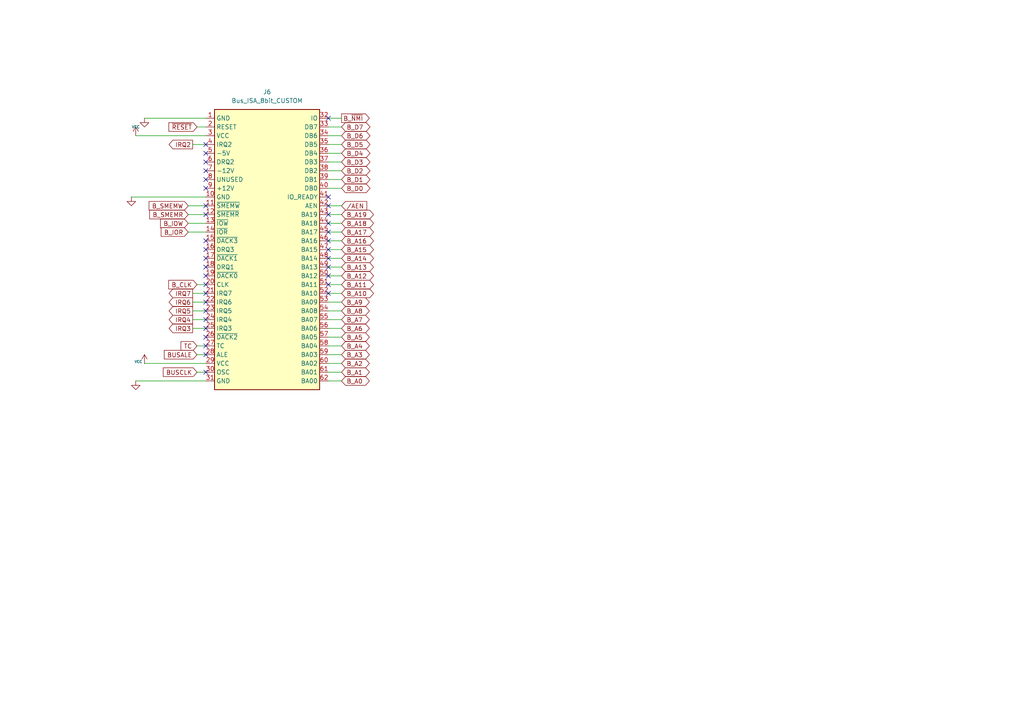
<source format=kicad_sch>
(kicad_sch
	(version 20250114)
	(generator "eeschema")
	(generator_version "9.0")
	(uuid "bea200d1-a4bd-4afd-a59a-61f32250e91d")
	(paper "A4")
	(title_block
		(title "ISA DUAL ESP32")
		(date "2025-06-28")
		(rev "V1.2")
	)
	(lib_symbols
		(symbol "Custom:Bus_ISA_8bit_CUSTOM"
			(exclude_from_sim no)
			(in_bom yes)
			(on_board yes)
			(property "Reference" "J"
				(at 0 42.545 0)
				(effects
					(font
						(size 1.27 1.27)
					)
				)
			)
			(property "Value" "Bus_ISA_8bit_CUSTOM"
				(at 0 -42.545 0)
				(effects
					(font
						(size 1.27 1.27)
					)
				)
			)
			(property "Footprint" ""
				(at 0 0 0)
				(effects
					(font
						(size 1.27 1.27)
					)
					(hide yes)
				)
			)
			(property "Datasheet" "https://en.wikipedia.org/wiki/Industry_Standard_Architecture"
				(at 0 0 0)
				(effects
					(font
						(size 1.27 1.27)
					)
					(hide yes)
				)
			)
			(property "Description" "8-bit ISA-PC bus connector"
				(at 0 0 0)
				(effects
					(font
						(size 1.27 1.27)
					)
					(hide yes)
				)
			)
			(property "ki_keywords" "ISA"
				(at 0 0 0)
				(effects
					(font
						(size 1.27 1.27)
					)
					(hide yes)
				)
			)
			(symbol "Bus_ISA_8bit_CUSTOM_0_1"
				(rectangle
					(start -15.24 -40.64)
					(end 15.24 40.64)
					(stroke
						(width 0.254)
						(type default)
					)
					(fill
						(type background)
					)
				)
			)
			(symbol "Bus_ISA_8bit_CUSTOM_1_1"
				(pin power_in line
					(at -17.78 38.1 0)
					(length 2.54)
					(name "GND"
						(effects
							(font
								(size 1.27 1.27)
							)
						)
					)
					(number "1"
						(effects
							(font
								(size 1.27 1.27)
							)
						)
					)
				)
				(pin passive line
					(at -17.78 35.56 0)
					(length 2.54)
					(name "RESET"
						(effects
							(font
								(size 1.27 1.27)
							)
						)
					)
					(number "2"
						(effects
							(font
								(size 1.27 1.27)
							)
						)
					)
				)
				(pin power_in line
					(at -17.78 33.02 0)
					(length 2.54)
					(name "VCC"
						(effects
							(font
								(size 1.27 1.27)
							)
						)
					)
					(number "3"
						(effects
							(font
								(size 1.27 1.27)
							)
						)
					)
				)
				(pin passive line
					(at -17.78 30.48 0)
					(length 2.54)
					(name "IRQ2"
						(effects
							(font
								(size 1.27 1.27)
							)
						)
					)
					(number "4"
						(effects
							(font
								(size 1.27 1.27)
							)
						)
					)
				)
				(pin power_in line
					(at -17.78 27.94 0)
					(length 2.54)
					(name "-5V"
						(effects
							(font
								(size 1.27 1.27)
							)
						)
					)
					(number "5"
						(effects
							(font
								(size 1.27 1.27)
							)
						)
					)
				)
				(pin passive line
					(at -17.78 25.4 0)
					(length 2.54)
					(name "DRQ2"
						(effects
							(font
								(size 1.27 1.27)
							)
						)
					)
					(number "6"
						(effects
							(font
								(size 1.27 1.27)
							)
						)
					)
				)
				(pin power_in line
					(at -17.78 22.86 0)
					(length 2.54)
					(name "-12V"
						(effects
							(font
								(size 1.27 1.27)
							)
						)
					)
					(number "7"
						(effects
							(font
								(size 1.27 1.27)
							)
						)
					)
				)
				(pin passive line
					(at -17.78 20.32 0)
					(length 2.54)
					(name "UNUSED"
						(effects
							(font
								(size 1.27 1.27)
							)
						)
					)
					(number "8"
						(effects
							(font
								(size 1.27 1.27)
							)
						)
					)
				)
				(pin power_in line
					(at -17.78 17.78 0)
					(length 2.54)
					(name "+12V"
						(effects
							(font
								(size 1.27 1.27)
							)
						)
					)
					(number "9"
						(effects
							(font
								(size 1.27 1.27)
							)
						)
					)
				)
				(pin power_in line
					(at -17.78 15.24 0)
					(length 2.54)
					(name "GND"
						(effects
							(font
								(size 1.27 1.27)
							)
						)
					)
					(number "10"
						(effects
							(font
								(size 1.27 1.27)
							)
						)
					)
				)
				(pin bidirectional line
					(at -17.78 12.7 0)
					(length 2.54)
					(name "~{SMEMW}"
						(effects
							(font
								(size 1.27 1.27)
							)
						)
					)
					(number "11"
						(effects
							(font
								(size 1.27 1.27)
							)
						)
					)
				)
				(pin bidirectional line
					(at -17.78 10.16 0)
					(length 2.54)
					(name "~{SMEMR}"
						(effects
							(font
								(size 1.27 1.27)
							)
						)
					)
					(number "12"
						(effects
							(font
								(size 1.27 1.27)
							)
						)
					)
				)
				(pin bidirectional line
					(at -17.78 7.62 0)
					(length 2.54)
					(name "~{IOW}"
						(effects
							(font
								(size 1.27 1.27)
							)
						)
					)
					(number "13"
						(effects
							(font
								(size 1.27 1.27)
							)
						)
					)
				)
				(pin bidirectional line
					(at -17.78 5.08 0)
					(length 2.54)
					(name "~{IOR}"
						(effects
							(font
								(size 1.27 1.27)
							)
						)
					)
					(number "14"
						(effects
							(font
								(size 1.27 1.27)
							)
						)
					)
				)
				(pin passive line
					(at -17.78 2.54 0)
					(length 2.54)
					(name "~{DACK3}"
						(effects
							(font
								(size 1.27 1.27)
							)
						)
					)
					(number "15"
						(effects
							(font
								(size 1.27 1.27)
							)
						)
					)
				)
				(pin passive line
					(at -17.78 0 0)
					(length 2.54)
					(name "DRQ3"
						(effects
							(font
								(size 1.27 1.27)
							)
						)
					)
					(number "16"
						(effects
							(font
								(size 1.27 1.27)
							)
						)
					)
				)
				(pin passive line
					(at -17.78 -2.54 0)
					(length 2.54)
					(name "~{DACK1}"
						(effects
							(font
								(size 1.27 1.27)
							)
						)
					)
					(number "17"
						(effects
							(font
								(size 1.27 1.27)
							)
						)
					)
				)
				(pin passive line
					(at -17.78 -5.08 0)
					(length 2.54)
					(name "DRQ1"
						(effects
							(font
								(size 1.27 1.27)
							)
						)
					)
					(number "18"
						(effects
							(font
								(size 1.27 1.27)
							)
						)
					)
				)
				(pin passive line
					(at -17.78 -7.62 0)
					(length 2.54)
					(name "~{DACK0}"
						(effects
							(font
								(size 1.27 1.27)
							)
						)
					)
					(number "19"
						(effects
							(font
								(size 1.27 1.27)
							)
						)
					)
				)
				(pin bidirectional line
					(at -17.78 -10.16 0)
					(length 2.54)
					(name "CLK"
						(effects
							(font
								(size 1.27 1.27)
							)
						)
					)
					(number "20"
						(effects
							(font
								(size 1.27 1.27)
							)
						)
					)
				)
				(pin passive line
					(at -17.78 -12.7 0)
					(length 2.54)
					(name "IRQ7"
						(effects
							(font
								(size 1.27 1.27)
							)
						)
					)
					(number "21"
						(effects
							(font
								(size 1.27 1.27)
							)
						)
					)
				)
				(pin passive line
					(at -17.78 -15.24 0)
					(length 2.54)
					(name "IRQ6"
						(effects
							(font
								(size 1.27 1.27)
							)
						)
					)
					(number "22"
						(effects
							(font
								(size 1.27 1.27)
							)
						)
					)
				)
				(pin passive line
					(at -17.78 -17.78 0)
					(length 2.54)
					(name "IRQ5"
						(effects
							(font
								(size 1.27 1.27)
							)
						)
					)
					(number "23"
						(effects
							(font
								(size 1.27 1.27)
							)
						)
					)
				)
				(pin passive line
					(at -17.78 -20.32 0)
					(length 2.54)
					(name "IRQ4"
						(effects
							(font
								(size 1.27 1.27)
							)
						)
					)
					(number "24"
						(effects
							(font
								(size 1.27 1.27)
							)
						)
					)
				)
				(pin passive line
					(at -17.78 -22.86 0)
					(length 2.54)
					(name "IRQ3"
						(effects
							(font
								(size 1.27 1.27)
							)
						)
					)
					(number "25"
						(effects
							(font
								(size 1.27 1.27)
							)
						)
					)
				)
				(pin passive line
					(at -17.78 -25.4 0)
					(length 2.54)
					(name "~{DACK2}"
						(effects
							(font
								(size 1.27 1.27)
							)
						)
					)
					(number "26"
						(effects
							(font
								(size 1.27 1.27)
							)
						)
					)
				)
				(pin passive line
					(at -17.78 -27.94 0)
					(length 2.54)
					(name "TC"
						(effects
							(font
								(size 1.27 1.27)
							)
						)
					)
					(number "27"
						(effects
							(font
								(size 1.27 1.27)
							)
						)
					)
				)
				(pin bidirectional line
					(at -17.78 -30.48 0)
					(length 2.54)
					(name "ALE"
						(effects
							(font
								(size 1.27 1.27)
							)
						)
					)
					(number "28"
						(effects
							(font
								(size 1.27 1.27)
							)
						)
					)
				)
				(pin power_in line
					(at -17.78 -33.02 0)
					(length 2.54)
					(name "VCC"
						(effects
							(font
								(size 1.27 1.27)
							)
						)
					)
					(number "29"
						(effects
							(font
								(size 1.27 1.27)
							)
						)
					)
				)
				(pin passive line
					(at -17.78 -35.56 0)
					(length 2.54)
					(name "OSC"
						(effects
							(font
								(size 1.27 1.27)
							)
						)
					)
					(number "30"
						(effects
							(font
								(size 1.27 1.27)
							)
						)
					)
				)
				(pin power_in line
					(at -17.78 -38.1 0)
					(length 2.54)
					(name "GND"
						(effects
							(font
								(size 1.27 1.27)
							)
						)
					)
					(number "31"
						(effects
							(font
								(size 1.27 1.27)
							)
						)
					)
				)
				(pin passive line
					(at 17.78 38.1 180)
					(length 2.54)
					(name "IO"
						(effects
							(font
								(size 1.27 1.27)
							)
						)
					)
					(number "32"
						(effects
							(font
								(size 1.27 1.27)
							)
						)
					)
				)
				(pin tri_state line
					(at 17.78 35.56 180)
					(length 2.54)
					(name "DB7"
						(effects
							(font
								(size 1.27 1.27)
							)
						)
					)
					(number "33"
						(effects
							(font
								(size 1.27 1.27)
							)
						)
					)
				)
				(pin tri_state line
					(at 17.78 33.02 180)
					(length 2.54)
					(name "DB6"
						(effects
							(font
								(size 1.27 1.27)
							)
						)
					)
					(number "34"
						(effects
							(font
								(size 1.27 1.27)
							)
						)
					)
				)
				(pin tri_state line
					(at 17.78 30.48 180)
					(length 2.54)
					(name "DB5"
						(effects
							(font
								(size 1.27 1.27)
							)
						)
					)
					(number "35"
						(effects
							(font
								(size 1.27 1.27)
							)
						)
					)
				)
				(pin tri_state line
					(at 17.78 27.94 180)
					(length 2.54)
					(name "DB4"
						(effects
							(font
								(size 1.27 1.27)
							)
						)
					)
					(number "36"
						(effects
							(font
								(size 1.27 1.27)
							)
						)
					)
				)
				(pin tri_state line
					(at 17.78 25.4 180)
					(length 2.54)
					(name "DB3"
						(effects
							(font
								(size 1.27 1.27)
							)
						)
					)
					(number "37"
						(effects
							(font
								(size 1.27 1.27)
							)
						)
					)
				)
				(pin tri_state line
					(at 17.78 22.86 180)
					(length 2.54)
					(name "DB2"
						(effects
							(font
								(size 1.27 1.27)
							)
						)
					)
					(number "38"
						(effects
							(font
								(size 1.27 1.27)
							)
						)
					)
				)
				(pin tri_state line
					(at 17.78 20.32 180)
					(length 2.54)
					(name "DB1"
						(effects
							(font
								(size 1.27 1.27)
							)
						)
					)
					(number "39"
						(effects
							(font
								(size 1.27 1.27)
							)
						)
					)
				)
				(pin tri_state line
					(at 17.78 17.78 180)
					(length 2.54)
					(name "DB0"
						(effects
							(font
								(size 1.27 1.27)
							)
						)
					)
					(number "40"
						(effects
							(font
								(size 1.27 1.27)
							)
						)
					)
				)
				(pin passive line
					(at 17.78 15.24 180)
					(length 2.54)
					(name "IO_READY"
						(effects
							(font
								(size 1.27 1.27)
							)
						)
					)
					(number "41"
						(effects
							(font
								(size 1.27 1.27)
							)
						)
					)
				)
				(pin output line
					(at 17.78 12.7 180)
					(length 2.54)
					(name "AEN"
						(effects
							(font
								(size 1.27 1.27)
							)
						)
					)
					(number "42"
						(effects
							(font
								(size 1.27 1.27)
							)
						)
					)
				)
				(pin tri_state line
					(at 17.78 10.16 180)
					(length 2.54)
					(name "BA19"
						(effects
							(font
								(size 1.27 1.27)
							)
						)
					)
					(number "43"
						(effects
							(font
								(size 1.27 1.27)
							)
						)
					)
				)
				(pin tri_state line
					(at 17.78 7.62 180)
					(length 2.54)
					(name "BA18"
						(effects
							(font
								(size 1.27 1.27)
							)
						)
					)
					(number "44"
						(effects
							(font
								(size 1.27 1.27)
							)
						)
					)
				)
				(pin tri_state line
					(at 17.78 5.08 180)
					(length 2.54)
					(name "BA17"
						(effects
							(font
								(size 1.27 1.27)
							)
						)
					)
					(number "45"
						(effects
							(font
								(size 1.27 1.27)
							)
						)
					)
				)
				(pin tri_state line
					(at 17.78 2.54 180)
					(length 2.54)
					(name "BA16"
						(effects
							(font
								(size 1.27 1.27)
							)
						)
					)
					(number "46"
						(effects
							(font
								(size 1.27 1.27)
							)
						)
					)
				)
				(pin tri_state line
					(at 17.78 0 180)
					(length 2.54)
					(name "BA15"
						(effects
							(font
								(size 1.27 1.27)
							)
						)
					)
					(number "47"
						(effects
							(font
								(size 1.27 1.27)
							)
						)
					)
				)
				(pin tri_state line
					(at 17.78 -2.54 180)
					(length 2.54)
					(name "BA14"
						(effects
							(font
								(size 1.27 1.27)
							)
						)
					)
					(number "48"
						(effects
							(font
								(size 1.27 1.27)
							)
						)
					)
				)
				(pin tri_state line
					(at 17.78 -5.08 180)
					(length 2.54)
					(name "BA13"
						(effects
							(font
								(size 1.27 1.27)
							)
						)
					)
					(number "49"
						(effects
							(font
								(size 1.27 1.27)
							)
						)
					)
				)
				(pin tri_state line
					(at 17.78 -7.62 180)
					(length 2.54)
					(name "BA12"
						(effects
							(font
								(size 1.27 1.27)
							)
						)
					)
					(number "50"
						(effects
							(font
								(size 1.27 1.27)
							)
						)
					)
				)
				(pin tri_state line
					(at 17.78 -10.16 180)
					(length 2.54)
					(name "BA11"
						(effects
							(font
								(size 1.27 1.27)
							)
						)
					)
					(number "51"
						(effects
							(font
								(size 1.27 1.27)
							)
						)
					)
				)
				(pin tri_state line
					(at 17.78 -12.7 180)
					(length 2.54)
					(name "BA10"
						(effects
							(font
								(size 1.27 1.27)
							)
						)
					)
					(number "52"
						(effects
							(font
								(size 1.27 1.27)
							)
						)
					)
				)
				(pin tri_state line
					(at 17.78 -15.24 180)
					(length 2.54)
					(name "BA09"
						(effects
							(font
								(size 1.27 1.27)
							)
						)
					)
					(number "53"
						(effects
							(font
								(size 1.27 1.27)
							)
						)
					)
				)
				(pin tri_state line
					(at 17.78 -17.78 180)
					(length 2.54)
					(name "BA08"
						(effects
							(font
								(size 1.27 1.27)
							)
						)
					)
					(number "54"
						(effects
							(font
								(size 1.27 1.27)
							)
						)
					)
				)
				(pin tri_state line
					(at 17.78 -20.32 180)
					(length 2.54)
					(name "BA07"
						(effects
							(font
								(size 1.27 1.27)
							)
						)
					)
					(number "55"
						(effects
							(font
								(size 1.27 1.27)
							)
						)
					)
				)
				(pin tri_state line
					(at 17.78 -22.86 180)
					(length 2.54)
					(name "BA06"
						(effects
							(font
								(size 1.27 1.27)
							)
						)
					)
					(number "56"
						(effects
							(font
								(size 1.27 1.27)
							)
						)
					)
				)
				(pin tri_state line
					(at 17.78 -25.4 180)
					(length 2.54)
					(name "BA05"
						(effects
							(font
								(size 1.27 1.27)
							)
						)
					)
					(number "57"
						(effects
							(font
								(size 1.27 1.27)
							)
						)
					)
				)
				(pin tri_state line
					(at 17.78 -27.94 180)
					(length 2.54)
					(name "BA04"
						(effects
							(font
								(size 1.27 1.27)
							)
						)
					)
					(number "58"
						(effects
							(font
								(size 1.27 1.27)
							)
						)
					)
				)
				(pin tri_state line
					(at 17.78 -30.48 180)
					(length 2.54)
					(name "BA03"
						(effects
							(font
								(size 1.27 1.27)
							)
						)
					)
					(number "59"
						(effects
							(font
								(size 1.27 1.27)
							)
						)
					)
				)
				(pin tri_state line
					(at 17.78 -33.02 180)
					(length 2.54)
					(name "BA02"
						(effects
							(font
								(size 1.27 1.27)
							)
						)
					)
					(number "60"
						(effects
							(font
								(size 1.27 1.27)
							)
						)
					)
				)
				(pin tri_state line
					(at 17.78 -35.56 180)
					(length 2.54)
					(name "BA01"
						(effects
							(font
								(size 1.27 1.27)
							)
						)
					)
					(number "61"
						(effects
							(font
								(size 1.27 1.27)
							)
						)
					)
				)
				(pin tri_state line
					(at 17.78 -38.1 180)
					(length 2.54)
					(name "BA00"
						(effects
							(font
								(size 1.27 1.27)
							)
						)
					)
					(number "62"
						(effects
							(font
								(size 1.27 1.27)
							)
						)
					)
				)
			)
			(embedded_fonts no)
		)
		(symbol "power:GND"
			(power)
			(pin_numbers
				(hide yes)
			)
			(pin_names
				(offset 0)
				(hide yes)
			)
			(exclude_from_sim no)
			(in_bom yes)
			(on_board yes)
			(property "Reference" "#PWR"
				(at 0 -6.35 0)
				(effects
					(font
						(size 1.27 1.27)
					)
					(hide yes)
				)
			)
			(property "Value" "GND"
				(at 0 -3.81 0)
				(effects
					(font
						(size 1.27 1.27)
					)
				)
			)
			(property "Footprint" ""
				(at 0 0 0)
				(effects
					(font
						(size 1.27 1.27)
					)
					(hide yes)
				)
			)
			(property "Datasheet" ""
				(at 0 0 0)
				(effects
					(font
						(size 1.27 1.27)
					)
					(hide yes)
				)
			)
			(property "Description" "Power symbol creates a global label with name \"GND\" , ground"
				(at 0 0 0)
				(effects
					(font
						(size 1.27 1.27)
					)
					(hide yes)
				)
			)
			(property "ki_keywords" "global power"
				(at 0 0 0)
				(effects
					(font
						(size 1.27 1.27)
					)
					(hide yes)
				)
			)
			(symbol "GND_0_1"
				(polyline
					(pts
						(xy 0 0) (xy 0 -1.27) (xy 1.27 -1.27) (xy 0 -2.54) (xy -1.27 -1.27) (xy 0 -1.27)
					)
					(stroke
						(width 0)
						(type default)
					)
					(fill
						(type none)
					)
				)
			)
			(symbol "GND_1_1"
				(pin power_in line
					(at 0 0 270)
					(length 0)
					(name "~"
						(effects
							(font
								(size 1.27 1.27)
							)
						)
					)
					(number "1"
						(effects
							(font
								(size 1.27 1.27)
							)
						)
					)
				)
			)
			(embedded_fonts no)
		)
		(symbol "power:VCC"
			(power)
			(pin_numbers
				(hide yes)
			)
			(pin_names
				(offset 0)
				(hide yes)
			)
			(exclude_from_sim no)
			(in_bom yes)
			(on_board yes)
			(property "Reference" "#PWR"
				(at 0 -3.81 0)
				(effects
					(font
						(size 1.27 1.27)
					)
					(hide yes)
				)
			)
			(property "Value" "VCC"
				(at 0 3.556 0)
				(effects
					(font
						(size 1.27 1.27)
					)
				)
			)
			(property "Footprint" ""
				(at 0 0 0)
				(effects
					(font
						(size 1.27 1.27)
					)
					(hide yes)
				)
			)
			(property "Datasheet" ""
				(at 0 0 0)
				(effects
					(font
						(size 1.27 1.27)
					)
					(hide yes)
				)
			)
			(property "Description" "Power symbol creates a global label with name \"VCC\""
				(at 0 0 0)
				(effects
					(font
						(size 1.27 1.27)
					)
					(hide yes)
				)
			)
			(property "ki_keywords" "global power"
				(at 0 0 0)
				(effects
					(font
						(size 1.27 1.27)
					)
					(hide yes)
				)
			)
			(symbol "VCC_0_1"
				(polyline
					(pts
						(xy -0.762 1.27) (xy 0 2.54)
					)
					(stroke
						(width 0)
						(type default)
					)
					(fill
						(type none)
					)
				)
				(polyline
					(pts
						(xy 0 2.54) (xy 0.762 1.27)
					)
					(stroke
						(width 0)
						(type default)
					)
					(fill
						(type none)
					)
				)
				(polyline
					(pts
						(xy 0 0) (xy 0 2.54)
					)
					(stroke
						(width 0)
						(type default)
					)
					(fill
						(type none)
					)
				)
			)
			(symbol "VCC_1_1"
				(pin power_in line
					(at 0 0 90)
					(length 0)
					(name "~"
						(effects
							(font
								(size 1.27 1.27)
							)
						)
					)
					(number "1"
						(effects
							(font
								(size 1.27 1.27)
							)
						)
					)
				)
			)
			(embedded_fonts no)
		)
	)
	(no_connect
		(at 59.69 85.09)
		(uuid "01ebde89-ee05-4d09-8789-0ebce3436ebe")
	)
	(no_connect
		(at 59.69 72.39)
		(uuid "0cb3fb00-1277-4038-ae72-ab976131c065")
	)
	(no_connect
		(at 59.69 92.71)
		(uuid "24e6cf73-5350-437d-bf9b-8f9b0f700872")
	)
	(no_connect
		(at 59.69 95.25)
		(uuid "25288ed2-e3fd-4ac1-bfc7-81a3fa48f1b1")
	)
	(no_connect
		(at 95.25 69.85)
		(uuid "43ceebc2-ea4a-4723-b8aa-884a4eb51c00")
	)
	(no_connect
		(at 59.69 82.55)
		(uuid "44b103b6-ab9e-4cb7-b67d-221d5967c29a")
	)
	(no_connect
		(at 95.25 64.77)
		(uuid "4a03baaa-c026-48ad-9bed-5e9bd5171aeb")
	)
	(no_connect
		(at 59.69 80.01)
		(uuid "4d1eac0f-dc68-49b7-9cbe-277222f871f7")
	)
	(no_connect
		(at 59.69 74.93)
		(uuid "5a1c1711-ff31-4f1f-b0ba-caabfea391cf")
	)
	(no_connect
		(at 95.25 57.15)
		(uuid "5eaabdf6-e378-4161-a197-331ce1d0fe44")
	)
	(no_connect
		(at 95.25 77.47)
		(uuid "61260067-db9c-425e-9d0a-4351930dcfbe")
	)
	(no_connect
		(at 59.69 46.99)
		(uuid "6294d680-2c43-4fea-abc5-bc3ffe257aa3")
	)
	(no_connect
		(at 95.25 85.09)
		(uuid "660051d1-2a9c-40e4-b574-3e4c5c8fbf48")
	)
	(no_connect
		(at 59.69 41.91)
		(uuid "6700a602-1fc4-4b61-8389-1574ffde75a4")
	)
	(no_connect
		(at 59.69 59.69)
		(uuid "740bd479-c43c-45e2-a662-1a0ccb2d0620")
	)
	(no_connect
		(at 59.69 54.61)
		(uuid "78738c59-76a1-4c07-b9ae-6798b60503fe")
	)
	(no_connect
		(at 95.25 67.31)
		(uuid "7a99f8a7-a513-402d-94dc-be0add007931")
	)
	(no_connect
		(at 95.25 62.23)
		(uuid "7e4914c1-51f0-4708-8818-3a9b12c11533")
	)
	(no_connect
		(at 59.69 107.95)
		(uuid "8364fe39-35c3-42bf-93e8-2b78789f5251")
	)
	(no_connect
		(at 59.69 62.23)
		(uuid "83e3b129-3796-439a-ac61-d6b9e7a72d89")
	)
	(no_connect
		(at 59.69 90.17)
		(uuid "8788375f-3f6a-428d-83b7-94e89b09a5ff")
	)
	(no_connect
		(at 95.25 59.69)
		(uuid "88efb991-7019-44bf-94df-c006f057a695")
	)
	(no_connect
		(at 95.25 34.29)
		(uuid "892769e1-e739-4dc6-8e56-0fdd0e3b7afc")
	)
	(no_connect
		(at 59.69 49.53)
		(uuid "a46cec70-03f8-4e6b-a421-f6b716d30ba3")
	)
	(no_connect
		(at 59.69 102.87)
		(uuid "a8055695-18fe-4223-a9a0-12be606c0eda")
	)
	(no_connect
		(at 95.25 74.93)
		(uuid "b0300b9a-0347-494c-bc66-ad1059ee6df4")
	)
	(no_connect
		(at 95.25 80.01)
		(uuid "bc60b100-eb4c-491a-a64b-77cb831a20b3")
	)
	(no_connect
		(at 59.69 69.85)
		(uuid "bf4e8f1e-6782-470c-9684-c6d188c8a92b")
	)
	(no_connect
		(at 59.69 100.33)
		(uuid "bf75c428-af04-4c10-baec-6243c6a234f4")
	)
	(no_connect
		(at 59.69 77.47)
		(uuid "cc9907d8-0bf0-4850-8e9b-6f2a4c29be15")
	)
	(no_connect
		(at 59.69 52.07)
		(uuid "cfba8b13-b80d-4f7f-a44f-a18d46973206")
	)
	(no_connect
		(at 59.69 97.79)
		(uuid "d6378419-fe24-457b-aa53-242076e8092d")
	)
	(no_connect
		(at 59.69 44.45)
		(uuid "e02e1869-4f85-4de6-ac50-b6e7ec45f355")
	)
	(no_connect
		(at 59.69 87.63)
		(uuid "e18b7d40-c7aa-4034-addc-415450d97981")
	)
	(no_connect
		(at 95.25 72.39)
		(uuid "e37189a5-a151-4185-beb1-2fb2fe7f84f7")
	)
	(no_connect
		(at 95.25 82.55)
		(uuid "f9c60f24-a728-4dec-b951-97c2589d9638")
	)
	(wire
		(pts
			(xy 39.37 110.49) (xy 59.69 110.49)
		)
		(stroke
			(width 0)
			(type default)
		)
		(uuid "08603346-c955-4e8d-99e3-34ba0a8e6510")
	)
	(wire
		(pts
			(xy 57.15 36.83) (xy 59.69 36.83)
		)
		(stroke
			(width 0)
			(type default)
		)
		(uuid "09f27f50-4c3b-4a91-9deb-c0c006c353c8")
	)
	(wire
		(pts
			(xy 95.25 54.61) (xy 99.06 54.61)
		)
		(stroke
			(width 0)
			(type default)
		)
		(uuid "0a1bd4ba-3bce-4614-8604-5ddb1c4d66cc")
	)
	(wire
		(pts
			(xy 95.25 85.09) (xy 99.06 85.09)
		)
		(stroke
			(width 0)
			(type default)
		)
		(uuid "0f4cf849-9eda-4a23-a858-8093b77a8a51")
	)
	(wire
		(pts
			(xy 57.15 102.87) (xy 59.69 102.87)
		)
		(stroke
			(width 0)
			(type default)
		)
		(uuid "12fcac9f-e264-4527-9d3b-ed9a9baf688c")
	)
	(wire
		(pts
			(xy 39.37 39.37) (xy 59.69 39.37)
		)
		(stroke
			(width 0)
			(type default)
		)
		(uuid "1d6d1575-0eda-4aa1-86fe-affa8e491b68")
	)
	(wire
		(pts
			(xy 41.91 105.41) (xy 59.69 105.41)
		)
		(stroke
			(width 0)
			(type default)
		)
		(uuid "1edb9313-3ca5-4165-9717-53ddde832915")
	)
	(wire
		(pts
			(xy 59.69 87.63) (xy 55.88 87.63)
		)
		(stroke
			(width 0)
			(type default)
		)
		(uuid "208f7172-5bbe-40fd-b781-dcc180e59d23")
	)
	(wire
		(pts
			(xy 57.15 107.95) (xy 59.69 107.95)
		)
		(stroke
			(width 0)
			(type default)
		)
		(uuid "21e09a54-f504-45eb-a492-016417efe937")
	)
	(wire
		(pts
			(xy 95.25 44.45) (xy 99.06 44.45)
		)
		(stroke
			(width 0)
			(type default)
		)
		(uuid "2c935e09-5b7e-4db0-9dad-f20c40290ffa")
	)
	(wire
		(pts
			(xy 54.61 64.77) (xy 59.69 64.77)
		)
		(stroke
			(width 0)
			(type default)
		)
		(uuid "36ae7764-05dc-4901-91b5-d7ade22593e2")
	)
	(wire
		(pts
			(xy 95.25 52.07) (xy 99.06 52.07)
		)
		(stroke
			(width 0)
			(type default)
		)
		(uuid "3ad03c0a-8d32-4bfb-9e3f-07f0c198a0be")
	)
	(wire
		(pts
			(xy 95.25 105.41) (xy 99.06 105.41)
		)
		(stroke
			(width 0)
			(type default)
		)
		(uuid "48c2c5d8-4073-46ec-bb14-91acd8064fe7")
	)
	(wire
		(pts
			(xy 95.25 69.85) (xy 99.06 69.85)
		)
		(stroke
			(width 0)
			(type default)
		)
		(uuid "4b1a77d0-c3b0-4c22-83e1-2aac4e0de12d")
	)
	(wire
		(pts
			(xy 54.61 62.23) (xy 59.69 62.23)
		)
		(stroke
			(width 0)
			(type default)
		)
		(uuid "4e8d94fb-77d4-4a3f-bfbd-912926283ebc")
	)
	(wire
		(pts
			(xy 95.25 46.99) (xy 99.06 46.99)
		)
		(stroke
			(width 0)
			(type default)
		)
		(uuid "50446913-8c0d-4465-98bb-4159e4f22d51")
	)
	(wire
		(pts
			(xy 95.25 62.23) (xy 99.06 62.23)
		)
		(stroke
			(width 0)
			(type default)
		)
		(uuid "513c4627-96a4-4a8d-8da9-bc7a48c1956e")
	)
	(wire
		(pts
			(xy 95.25 39.37) (xy 99.06 39.37)
		)
		(stroke
			(width 0)
			(type default)
		)
		(uuid "52662092-c991-4b0a-9a87-37e17c8221de")
	)
	(wire
		(pts
			(xy 95.25 59.69) (xy 99.06 59.69)
		)
		(stroke
			(width 0)
			(type default)
		)
		(uuid "52c6783f-0c89-4643-8cf7-714ae229b389")
	)
	(wire
		(pts
			(xy 95.25 92.71) (xy 99.06 92.71)
		)
		(stroke
			(width 0)
			(type default)
		)
		(uuid "53cfc659-306b-480a-bf4a-97fe19b68f9b")
	)
	(wire
		(pts
			(xy 59.69 41.91) (xy 55.88 41.91)
		)
		(stroke
			(width 0)
			(type default)
		)
		(uuid "5e39cc66-bea8-4f42-b0fb-b382500f03ba")
	)
	(wire
		(pts
			(xy 95.25 74.93) (xy 99.06 74.93)
		)
		(stroke
			(width 0)
			(type default)
		)
		(uuid "5f996708-2495-4f4f-b344-fdbf974636bf")
	)
	(wire
		(pts
			(xy 57.15 100.33) (xy 59.69 100.33)
		)
		(stroke
			(width 0)
			(type default)
		)
		(uuid "63e8fa07-b1f1-465e-ae2f-6146a0140a9c")
	)
	(wire
		(pts
			(xy 41.91 34.29) (xy 59.69 34.29)
		)
		(stroke
			(width 0)
			(type default)
		)
		(uuid "66cfce9a-4fb2-4f0a-b317-e9f44155fc64")
	)
	(wire
		(pts
			(xy 59.69 92.71) (xy 55.88 92.71)
		)
		(stroke
			(width 0)
			(type default)
		)
		(uuid "67166644-5b33-4bda-ad86-d9b098b71919")
	)
	(wire
		(pts
			(xy 59.69 85.09) (xy 55.88 85.09)
		)
		(stroke
			(width 0)
			(type default)
		)
		(uuid "67a4ae6d-006a-485f-abb6-a8d7f607ef7f")
	)
	(wire
		(pts
			(xy 95.25 41.91) (xy 99.06 41.91)
		)
		(stroke
			(width 0)
			(type default)
		)
		(uuid "74e4ab69-ed55-4e7b-b7e6-ab935727c1f6")
	)
	(wire
		(pts
			(xy 95.25 77.47) (xy 99.06 77.47)
		)
		(stroke
			(width 0)
			(type default)
		)
		(uuid "7be26f5b-7c46-43b1-b0cc-b22ef346aaed")
	)
	(wire
		(pts
			(xy 95.25 82.55) (xy 99.06 82.55)
		)
		(stroke
			(width 0)
			(type default)
		)
		(uuid "7d621071-e764-4b20-90fa-9c0f969c36b5")
	)
	(wire
		(pts
			(xy 95.25 107.95) (xy 99.06 107.95)
		)
		(stroke
			(width 0)
			(type default)
		)
		(uuid "8460624f-c8af-494f-b89d-60bb1c62de59")
	)
	(wire
		(pts
			(xy 95.25 90.17) (xy 99.06 90.17)
		)
		(stroke
			(width 0)
			(type default)
		)
		(uuid "90599b2b-1878-4705-a2c4-001e97bc304c")
	)
	(wire
		(pts
			(xy 54.61 67.31) (xy 59.69 67.31)
		)
		(stroke
			(width 0)
			(type default)
		)
		(uuid "94dea802-4624-4dce-8bc7-efda030e7c88")
	)
	(wire
		(pts
			(xy 57.15 82.55) (xy 59.69 82.55)
		)
		(stroke
			(width 0)
			(type default)
		)
		(uuid "97290b18-ebb7-4c0c-9443-e341db86b63d")
	)
	(wire
		(pts
			(xy 54.61 59.69) (xy 59.69 59.69)
		)
		(stroke
			(width 0)
			(type default)
		)
		(uuid "9d0655fa-9b96-47b7-b45b-049a2407a988")
	)
	(wire
		(pts
			(xy 95.25 102.87) (xy 99.06 102.87)
		)
		(stroke
			(width 0)
			(type default)
		)
		(uuid "9ec5c6bf-da29-4ce7-9b00-89f86f27d5b3")
	)
	(wire
		(pts
			(xy 95.25 100.33) (xy 99.06 100.33)
		)
		(stroke
			(width 0)
			(type default)
		)
		(uuid "aab7f170-d096-4ba1-9715-612aec760f31")
	)
	(wire
		(pts
			(xy 95.25 34.29) (xy 99.06 34.29)
		)
		(stroke
			(width 0)
			(type default)
		)
		(uuid "ae3c732d-8f4e-44e3-afb4-27f433391cf5")
	)
	(wire
		(pts
			(xy 59.69 90.17) (xy 55.88 90.17)
		)
		(stroke
			(width 0)
			(type default)
		)
		(uuid "b9e040df-b2f4-40eb-9de8-7f48c2f40c97")
	)
	(wire
		(pts
			(xy 95.25 95.25) (xy 99.06 95.25)
		)
		(stroke
			(width 0)
			(type default)
		)
		(uuid "c24cba88-887e-4536-90dc-403606db1ba6")
	)
	(wire
		(pts
			(xy 95.25 110.49) (xy 99.06 110.49)
		)
		(stroke
			(width 0)
			(type default)
		)
		(uuid "c6b1ab1f-b265-4562-9c99-a2725813f5c2")
	)
	(wire
		(pts
			(xy 95.25 97.79) (xy 99.06 97.79)
		)
		(stroke
			(width 0)
			(type default)
		)
		(uuid "c92181c5-176a-4af2-82f8-a32c8e957e5f")
	)
	(wire
		(pts
			(xy 95.25 87.63) (xy 99.06 87.63)
		)
		(stroke
			(width 0)
			(type default)
		)
		(uuid "ca6fad95-d140-40d8-b248-9b10aed75e8a")
	)
	(wire
		(pts
			(xy 95.25 49.53) (xy 99.06 49.53)
		)
		(stroke
			(width 0)
			(type default)
		)
		(uuid "d847d917-c7af-4730-a99c-a86561925923")
	)
	(wire
		(pts
			(xy 59.69 95.25) (xy 55.88 95.25)
		)
		(stroke
			(width 0)
			(type default)
		)
		(uuid "dd0b82a9-b93d-42c3-8ccf-eee148db027d")
	)
	(wire
		(pts
			(xy 38.1 57.15) (xy 59.69 57.15)
		)
		(stroke
			(width 0)
			(type default)
		)
		(uuid "e0008ce3-bc66-47ab-b7a4-875a761ea5fe")
	)
	(wire
		(pts
			(xy 95.25 67.31) (xy 99.06 67.31)
		)
		(stroke
			(width 0)
			(type default)
		)
		(uuid "e3408283-4b30-4424-9578-12b8ba725b91")
	)
	(wire
		(pts
			(xy 95.25 72.39) (xy 99.06 72.39)
		)
		(stroke
			(width 0)
			(type default)
		)
		(uuid "eef0c3da-43af-4a53-965c-cbc8537ebe43")
	)
	(wire
		(pts
			(xy 95.25 64.77) (xy 99.06 64.77)
		)
		(stroke
			(width 0)
			(type default)
		)
		(uuid "f3b56789-b10e-46bd-ab1b-961953719e02")
	)
	(wire
		(pts
			(xy 95.25 36.83) (xy 99.06 36.83)
		)
		(stroke
			(width 0)
			(type default)
		)
		(uuid "f4a8cac9-5352-4e41-852b-331d2c70ba5e")
	)
	(wire
		(pts
			(xy 95.25 80.01) (xy 99.06 80.01)
		)
		(stroke
			(width 0)
			(type default)
		)
		(uuid "fde310a1-8a8c-4015-b93a-37cf013336f6")
	)
	(global_label "B_A6"
		(shape bidirectional)
		(at 99.06 95.25 0)
		(effects
			(font
				(size 1.27 1.27)
			)
			(justify left)
		)
		(uuid "01cd6375-99b9-4711-b4c3-e2d879c6cbdb")
		(property "Intersheetrefs" "${INTERSHEET_REFS}"
			(at 99.06 95.25 0)
			(effects
				(font
					(size 1.27 1.27)
				)
				(hide yes)
			)
		)
	)
	(global_label "B_A0"
		(shape bidirectional)
		(at 99.06 110.49 0)
		(effects
			(font
				(size 1.27 1.27)
			)
			(justify left)
		)
		(uuid "08562664-5412-47e7-8e58-ecb56b5f5422")
		(property "Intersheetrefs" "${INTERSHEET_REFS}"
			(at 99.06 110.49 0)
			(effects
				(font
					(size 1.27 1.27)
				)
				(hide yes)
			)
		)
	)
	(global_label "B_A4"
		(shape bidirectional)
		(at 99.06 100.33 0)
		(effects
			(font
				(size 1.27 1.27)
			)
			(justify left)
		)
		(uuid "0b47417e-0187-49a8-87fa-c4eb168d63b6")
		(property "Intersheetrefs" "${INTERSHEET_REFS}"
			(at 99.06 100.33 0)
			(effects
				(font
					(size 1.27 1.27)
				)
				(hide yes)
			)
		)
	)
	(global_label "B_A7"
		(shape bidirectional)
		(at 99.06 92.71 0)
		(effects
			(font
				(size 1.27 1.27)
			)
			(justify left)
		)
		(uuid "0d64d302-3736-4841-b848-fed5ff93211c")
		(property "Intersheetrefs" "${INTERSHEET_REFS}"
			(at 99.06 92.71 0)
			(effects
				(font
					(size 1.27 1.27)
				)
				(hide yes)
			)
		)
	)
	(global_label "B_SMEMR"
		(shape input)
		(at 54.61 62.23 180)
		(fields_autoplaced yes)
		(effects
			(font
				(size 1.27 1.27)
			)
			(justify right)
		)
		(uuid "0d670ee1-ed9f-4a75-8c27-a747eab7de43")
		(property "Intersheetrefs" "${INTERSHEET_REFS}"
			(at 42.8559 62.23 0)
			(effects
				(font
					(size 1.27 1.27)
				)
				(justify right)
				(hide yes)
			)
		)
	)
	(global_label "B_A2"
		(shape bidirectional)
		(at 99.06 105.41 0)
		(effects
			(font
				(size 1.27 1.27)
			)
			(justify left)
		)
		(uuid "11ed0bd1-a275-4b2a-a2f2-3e12928292ba")
		(property "Intersheetrefs" "${INTERSHEET_REFS}"
			(at 99.06 105.41 0)
			(effects
				(font
					(size 1.27 1.27)
				)
				(hide yes)
			)
		)
	)
	(global_label "B_SMEMW"
		(shape input)
		(at 54.61 59.69 180)
		(fields_autoplaced yes)
		(effects
			(font
				(size 1.27 1.27)
			)
			(justify right)
		)
		(uuid "12cce929-02a7-4801-9f22-13899810f5d3")
		(property "Intersheetrefs" "${INTERSHEET_REFS}"
			(at 42.6745 59.69 0)
			(effects
				(font
					(size 1.27 1.27)
				)
				(justify right)
				(hide yes)
			)
		)
	)
	(global_label "IRQ4"
		(shape output)
		(at 55.88 92.71 180)
		(fields_autoplaced yes)
		(effects
			(font
				(size 1.27 1.27)
			)
			(justify right)
		)
		(uuid "12d69d9d-9361-440e-a108-b3e11a9d9dd9")
		(property "Intersheetrefs" "${INTERSHEET_REFS}"
			(at 48.48 92.71 0)
			(effects
				(font
					(size 1.27 1.27)
				)
				(justify right)
				(hide yes)
			)
		)
	)
	(global_label "~{RESET}"
		(shape input)
		(at 57.15 36.83 180)
		(effects
			(font
				(size 1.27 1.27)
			)
			(justify right)
		)
		(uuid "150df632-a0cd-418f-8797-2df5ee35b7d9")
		(property "Intersheetrefs" "${INTERSHEET_REFS}"
			(at 57.15 36.83 0)
			(effects
				(font
					(size 1.27 1.27)
				)
				(hide yes)
			)
		)
	)
	(global_label "TC"
		(shape input)
		(at 57.15 100.33 180)
		(fields_autoplaced yes)
		(effects
			(font
				(size 1.27 1.27)
			)
			(justify right)
		)
		(uuid "223cfcb7-01bc-4e9a-976c-0676c3158058")
		(property "Intersheetrefs" "${INTERSHEET_REFS}"
			(at 52.5814 100.33 0)
			(effects
				(font
					(size 1.27 1.27)
				)
				(justify right)
				(hide yes)
			)
		)
	)
	(global_label "IRQ5"
		(shape output)
		(at 55.88 90.17 180)
		(fields_autoplaced yes)
		(effects
			(font
				(size 1.27 1.27)
			)
			(justify right)
		)
		(uuid "23f5e4b5-64ac-46cc-9052-b40bc8566cd5")
		(property "Intersheetrefs" "${INTERSHEET_REFS}"
			(at 48.48 90.17 0)
			(effects
				(font
					(size 1.27 1.27)
				)
				(justify right)
				(hide yes)
			)
		)
	)
	(global_label "BUSALE"
		(shape input)
		(at 57.15 102.87 180)
		(fields_autoplaced yes)
		(effects
			(font
				(size 1.27 1.27)
			)
			(justify right)
		)
		(uuid "29ac828d-542c-4178-a7ad-e58306fe9810")
		(property "Intersheetrefs" "${INTERSHEET_REFS}"
			(at 47.7433 102.87 0)
			(effects
				(font
					(size 1.27 1.27)
				)
				(justify right)
				(hide yes)
			)
		)
	)
	(global_label "IRQ2"
		(shape output)
		(at 55.88 41.91 180)
		(fields_autoplaced yes)
		(effects
			(font
				(size 1.27 1.27)
			)
			(justify right)
		)
		(uuid "35828822-eabf-4276-b900-072e17ded6a1")
		(property "Intersheetrefs" "${INTERSHEET_REFS}"
			(at 48.48 41.91 0)
			(effects
				(font
					(size 1.27 1.27)
				)
				(justify right)
				(hide yes)
			)
		)
	)
	(global_label "B_D3"
		(shape bidirectional)
		(at 99.06 46.99 0)
		(effects
			(font
				(size 1.27 1.27)
			)
			(justify left)
		)
		(uuid "39ce6954-c85d-43d7-bf3a-b44de9b74384")
		(property "Intersheetrefs" "${INTERSHEET_REFS}"
			(at 99.06 46.99 0)
			(effects
				(font
					(size 1.27 1.27)
				)
				(hide yes)
			)
		)
	)
	(global_label "BUSCLK"
		(shape input)
		(at 57.15 107.95 180)
		(fields_autoplaced yes)
		(effects
			(font
				(size 1.27 1.27)
			)
			(justify right)
		)
		(uuid "3da2829f-f8e4-4d5d-97fa-c120ca040f7c")
		(property "Intersheetrefs" "${INTERSHEET_REFS}"
			(at 47.4409 107.95 0)
			(effects
				(font
					(size 1.27 1.27)
				)
				(justify right)
				(hide yes)
			)
		)
	)
	(global_label "B_A9"
		(shape tri_state)
		(at 99.06 87.63 0)
		(effects
			(font
				(size 1.27 1.27)
			)
			(justify left)
		)
		(uuid "3ff85e47-c5df-45cf-9f65-7adc3bf8412c")
		(property "Intersheetrefs" "${INTERSHEET_REFS}"
			(at 99.06 87.63 0)
			(effects
				(font
					(size 1.27 1.27)
				)
				(hide yes)
			)
		)
	)
	(global_label "B_D4"
		(shape bidirectional)
		(at 99.06 44.45 0)
		(effects
			(font
				(size 1.27 1.27)
			)
			(justify left)
		)
		(uuid "49c31541-4db0-4d4a-ba47-78b2ba35f884")
		(property "Intersheetrefs" "${INTERSHEET_REFS}"
			(at 99.06 44.45 0)
			(effects
				(font
					(size 1.27 1.27)
				)
				(hide yes)
			)
		)
	)
	(global_label "B_A1"
		(shape bidirectional)
		(at 99.06 107.95 0)
		(effects
			(font
				(size 1.27 1.27)
			)
			(justify left)
		)
		(uuid "4aa63151-ec7a-4a2e-b15a-05e9c6207059")
		(property "Intersheetrefs" "${INTERSHEET_REFS}"
			(at 99.06 107.95 0)
			(effects
				(font
					(size 1.27 1.27)
				)
				(hide yes)
			)
		)
	)
	(global_label "B_A11"
		(shape tri_state)
		(at 99.06 82.55 0)
		(effects
			(font
				(size 1.27 1.27)
			)
			(justify left)
		)
		(uuid "5e1f74c1-45ae-41e0-bdf4-d7a1b6fc6e94")
		(property "Intersheetrefs" "${INTERSHEET_REFS}"
			(at 99.06 82.55 0)
			(effects
				(font
					(size 1.27 1.27)
				)
				(hide yes)
			)
		)
	)
	(global_label "B_IOW"
		(shape input)
		(at 54.61 64.77 180)
		(fields_autoplaced yes)
		(effects
			(font
				(size 1.27 1.27)
			)
			(justify right)
		)
		(uuid "5ef44a12-741c-4350-8f48-34270810163a")
		(property "Intersheetrefs" "${INTERSHEET_REFS}"
			(at 46.0005 64.77 0)
			(effects
				(font
					(size 1.27 1.27)
				)
				(justify right)
				(hide yes)
			)
		)
	)
	(global_label "B_A12"
		(shape tri_state)
		(at 99.06 80.01 0)
		(effects
			(font
				(size 1.27 1.27)
			)
			(justify left)
		)
		(uuid "60f66639-c342-40cb-8e8a-7e9c493811d3")
		(property "Intersheetrefs" "${INTERSHEET_REFS}"
			(at 99.06 80.01 0)
			(effects
				(font
					(size 1.27 1.27)
				)
				(hide yes)
			)
		)
	)
	(global_label "IRQ7"
		(shape output)
		(at 55.88 85.09 180)
		(fields_autoplaced yes)
		(effects
			(font
				(size 1.27 1.27)
			)
			(justify right)
		)
		(uuid "68f1bedb-544f-4a72-848a-5d98d40455ff")
		(property "Intersheetrefs" "${INTERSHEET_REFS}"
			(at 48.48 85.09 0)
			(effects
				(font
					(size 1.27 1.27)
				)
				(justify right)
				(hide yes)
			)
		)
	)
	(global_label "B_~{NMI}"
		(shape output)
		(at 99.06 34.29 0)
		(effects
			(font
				(size 1.27 1.27)
			)
			(justify left)
		)
		(uuid "69aa8acc-898a-4c25-afef-07069cb0a8b6")
		(property "Intersheetrefs" "${INTERSHEET_REFS}"
			(at 99.06 34.29 0)
			(effects
				(font
					(size 1.27 1.27)
				)
				(hide yes)
			)
		)
	)
	(global_label "B_CLK"
		(shape input)
		(at 57.15 82.55 180)
		(effects
			(font
				(size 1.27 1.27)
			)
			(justify right)
		)
		(uuid "7672b4a3-e5ec-484c-bb90-1c4632dce67b")
		(property "Intersheetrefs" "${INTERSHEET_REFS}"
			(at 57.15 82.55 0)
			(effects
				(font
					(size 1.27 1.27)
				)
				(hide yes)
			)
		)
	)
	(global_label "B_D0"
		(shape bidirectional)
		(at 99.06 54.61 0)
		(effects
			(font
				(size 1.27 1.27)
			)
			(justify left)
		)
		(uuid "7c2873b8-276f-4dac-a7cd-2e9514e402b1")
		(property "Intersheetrefs" "${INTERSHEET_REFS}"
			(at 99.06 54.61 0)
			(effects
				(font
					(size 1.27 1.27)
				)
				(hide yes)
			)
		)
	)
	(global_label "B_A13"
		(shape tri_state)
		(at 99.06 77.47 0)
		(effects
			(font
				(size 1.27 1.27)
			)
			(justify left)
		)
		(uuid "94ecfaa6-50ea-4852-8a3b-0105823f02e2")
		(property "Intersheetrefs" "${INTERSHEET_REFS}"
			(at 99.06 77.47 0)
			(effects
				(font
					(size 1.27 1.27)
				)
				(hide yes)
			)
		)
	)
	(global_label "B_D2"
		(shape bidirectional)
		(at 99.06 49.53 0)
		(effects
			(font
				(size 1.27 1.27)
			)
			(justify left)
		)
		(uuid "969490b6-5d31-42f6-8bae-415912769f69")
		(property "Intersheetrefs" "${INTERSHEET_REFS}"
			(at 99.06 49.53 0)
			(effects
				(font
					(size 1.27 1.27)
				)
				(hide yes)
			)
		)
	)
	(global_label "B_D6"
		(shape bidirectional)
		(at 99.06 39.37 0)
		(effects
			(font
				(size 1.27 1.27)
			)
			(justify left)
		)
		(uuid "9c54d8a6-fda2-40f3-8597-e793d5246106")
		(property "Intersheetrefs" "${INTERSHEET_REFS}"
			(at 99.06 39.37 0)
			(effects
				(font
					(size 1.27 1.27)
				)
				(hide yes)
			)
		)
	)
	(global_label "B_A16"
		(shape bidirectional)
		(at 99.06 69.85 0)
		(effects
			(font
				(size 1.27 1.27)
			)
			(justify left)
		)
		(uuid "aebe1f93-a52e-4dff-b046-002d43d94155")
		(property "Intersheetrefs" "${INTERSHEET_REFS}"
			(at 99.06 69.85 0)
			(effects
				(font
					(size 1.27 1.27)
				)
				(hide yes)
			)
		)
	)
	(global_label "B_D1"
		(shape bidirectional)
		(at 99.06 52.07 0)
		(effects
			(font
				(size 1.27 1.27)
			)
			(justify left)
		)
		(uuid "b4389904-f043-4aab-aefb-6c2ce7f73e38")
		(property "Intersheetrefs" "${INTERSHEET_REFS}"
			(at 99.06 52.07 0)
			(effects
				(font
					(size 1.27 1.27)
				)
				(hide yes)
			)
		)
	)
	(global_label "B_A18"
		(shape tri_state)
		(at 99.06 64.77 0)
		(effects
			(font
				(size 1.27 1.27)
			)
			(justify left)
		)
		(uuid "b46cbc2f-443b-4689-80a9-44194f1de143")
		(property "Intersheetrefs" "${INTERSHEET_REFS}"
			(at 99.06 64.77 0)
			(effects
				(font
					(size 1.27 1.27)
				)
				(hide yes)
			)
		)
	)
	(global_label "B_A8"
		(shape bidirectional)
		(at 99.06 90.17 0)
		(effects
			(font
				(size 1.27 1.27)
			)
			(justify left)
		)
		(uuid "b493e547-0396-4fb5-b0ab-559c9a5330e6")
		(property "Intersheetrefs" "${INTERSHEET_REFS}"
			(at 99.06 90.17 0)
			(effects
				(font
					(size 1.27 1.27)
				)
				(hide yes)
			)
		)
	)
	(global_label "{slash}AEN"
		(shape input)
		(at 99.06 59.69 0)
		(fields_autoplaced yes)
		(effects
			(font
				(size 1.27 1.27)
			)
			(justify left)
		)
		(uuid "b9572a66-7fbd-47ee-b634-55191f3fee09")
		(property "Intersheetrefs" "${INTERSHEET_REFS}"
			(at 106.9438 59.69 0)
			(effects
				(font
					(size 1.27 1.27)
				)
				(justify left)
				(hide yes)
			)
		)
	)
	(global_label "B_IOR"
		(shape input)
		(at 54.61 67.31 180)
		(fields_autoplaced yes)
		(effects
			(font
				(size 1.27 1.27)
			)
			(justify right)
		)
		(uuid "bd420128-137b-4045-8949-f9ca0d9abf12")
		(property "Intersheetrefs" "${INTERSHEET_REFS}"
			(at 46.1819 67.31 0)
			(effects
				(font
					(size 1.27 1.27)
				)
				(justify right)
				(hide yes)
			)
		)
	)
	(global_label "B_D7"
		(shape bidirectional)
		(at 99.06 36.83 0)
		(effects
			(font
				(size 1.27 1.27)
			)
			(justify left)
		)
		(uuid "c57b6771-57d8-4ec5-9c89-6b567b8f8714")
		(property "Intersheetrefs" "${INTERSHEET_REFS}"
			(at 99.06 36.83 0)
			(effects
				(font
					(size 1.27 1.27)
				)
				(hide yes)
			)
		)
	)
	(global_label "IRQ3"
		(shape output)
		(at 55.88 95.25 180)
		(fields_autoplaced yes)
		(effects
			(font
				(size 1.27 1.27)
			)
			(justify right)
		)
		(uuid "c677b1a7-61e6-4d52-b580-799c6715d641")
		(property "Intersheetrefs" "${INTERSHEET_REFS}"
			(at 48.48 95.25 0)
			(effects
				(font
					(size 1.27 1.27)
				)
				(justify right)
				(hide yes)
			)
		)
	)
	(global_label "B_A3"
		(shape bidirectional)
		(at 99.06 102.87 0)
		(effects
			(font
				(size 1.27 1.27)
			)
			(justify left)
		)
		(uuid "c6ae3459-4b30-4a29-b833-8bcff139b704")
		(property "Intersheetrefs" "${INTERSHEET_REFS}"
			(at 99.06 102.87 0)
			(effects
				(font
					(size 1.27 1.27)
				)
				(hide yes)
			)
		)
	)
	(global_label "B_A14"
		(shape tri_state)
		(at 99.06 74.93 0)
		(effects
			(font
				(size 1.27 1.27)
			)
			(justify left)
		)
		(uuid "c84b1b4a-3cd0-4f2f-8808-96dd85eecd80")
		(property "Intersheetrefs" "${INTERSHEET_REFS}"
			(at 99.06 74.93 0)
			(effects
				(font
					(size 1.27 1.27)
				)
				(hide yes)
			)
		)
	)
	(global_label "B_A17"
		(shape tri_state)
		(at 99.06 67.31 0)
		(effects
			(font
				(size 1.27 1.27)
			)
			(justify left)
		)
		(uuid "db62f386-aec0-4ce5-9cc7-5698ed99bd3c")
		(property "Intersheetrefs" "${INTERSHEET_REFS}"
			(at 99.06 67.31 0)
			(effects
				(font
					(size 1.27 1.27)
				)
				(hide yes)
			)
		)
	)
	(global_label "B_D5"
		(shape bidirectional)
		(at 99.06 41.91 0)
		(effects
			(font
				(size 1.27 1.27)
			)
			(justify left)
		)
		(uuid "f15270d7-3e94-458b-bdb9-47db86aa664b")
		(property "Intersheetrefs" "${INTERSHEET_REFS}"
			(at 99.06 41.91 0)
			(effects
				(font
					(size 1.27 1.27)
				)
				(hide yes)
			)
		)
	)
	(global_label "IRQ6"
		(shape output)
		(at 55.88 87.63 180)
		(fields_autoplaced yes)
		(effects
			(font
				(size 1.27 1.27)
			)
			(justify right)
		)
		(uuid "f21dbcf1-6973-4e98-91ee-31b628e66217")
		(property "Intersheetrefs" "${INTERSHEET_REFS}"
			(at 48.48 87.63 0)
			(effects
				(font
					(size 1.27 1.27)
				)
				(justify right)
				(hide yes)
			)
		)
	)
	(global_label "B_A10"
		(shape tri_state)
		(at 99.06 85.09 0)
		(effects
			(font
				(size 1.27 1.27)
			)
			(justify left)
		)
		(uuid "f60238e1-7332-401f-acb4-f13ec79b1a05")
		(property "Intersheetrefs" "${INTERSHEET_REFS}"
			(at 99.06 85.09 0)
			(effects
				(font
					(size 1.27 1.27)
				)
				(hide yes)
			)
		)
	)
	(global_label "B_A5"
		(shape bidirectional)
		(at 99.06 97.79 0)
		(effects
			(font
				(size 1.27 1.27)
			)
			(justify left)
		)
		(uuid "f6e86f1d-a338-437e-a895-89e68b610819")
		(property "Intersheetrefs" "${INTERSHEET_REFS}"
			(at 99.06 97.79 0)
			(effects
				(font
					(size 1.27 1.27)
				)
				(hide yes)
			)
		)
	)
	(global_label "B_A19"
		(shape tri_state)
		(at 99.06 62.23 0)
		(effects
			(font
				(size 1.27 1.27)
			)
			(justify left)
		)
		(uuid "fe171551-6333-454c-ba1a-f9f2fe93c88f")
		(property "Intersheetrefs" "${INTERSHEET_REFS}"
			(at 99.06 62.23 0)
			(effects
				(font
					(size 1.27 1.27)
				)
				(hide yes)
			)
		)
	)
	(global_label "B_A15"
		(shape tri_state)
		(at 99.06 72.39 0)
		(effects
			(font
				(size 1.27 1.27)
			)
			(justify left)
		)
		(uuid "fe561f39-44c8-4f2b-970b-eb1d17625f1d")
		(property "Intersheetrefs" "${INTERSHEET_REFS}"
			(at 99.06 72.39 0)
			(effects
				(font
					(size 1.27 1.27)
				)
				(hide yes)
			)
		)
	)
	(symbol
		(lib_id "Custom:Bus_ISA_8bit_CUSTOM")
		(at 77.47 72.39 0)
		(unit 1)
		(exclude_from_sim no)
		(in_bom yes)
		(on_board yes)
		(dnp no)
		(fields_autoplaced yes)
		(uuid "1939ed3d-3da2-483f-917a-1873d0c1c77b")
		(property "Reference" "J6"
			(at 77.47 26.67 0)
			(effects
				(font
					(size 1.27 1.27)
				)
			)
		)
		(property "Value" "Bus_ISA_8bit_CUSTOM"
			(at 77.47 29.21 0)
			(effects
				(font
					(size 1.27 1.27)
				)
			)
		)
		(property "Footprint" "Custom:BUSEDGE_XT"
			(at 77.47 72.39 0)
			(effects
				(font
					(size 1.27 1.27)
				)
				(hide yes)
			)
		)
		(property "Datasheet" "https://en.wikipedia.org/wiki/Industry_Standard_Architecture"
			(at 77.47 72.39 0)
			(effects
				(font
					(size 1.27 1.27)
				)
				(hide yes)
			)
		)
		(property "Description" "8-bit ISA-PC bus connector"
			(at 77.47 72.39 0)
			(effects
				(font
					(size 1.27 1.27)
				)
				(hide yes)
			)
		)
		(pin "14"
			(uuid "bd1d2c14-ad78-4ead-8ad4-b4433afd9ee6")
		)
		(pin "18"
			(uuid "e5e7a911-10af-434e-a704-54a4bd6e63f1")
		)
		(pin "21"
			(uuid "d7d0ec95-236c-49d0-ae7b-a4b5144c373e")
		)
		(pin "29"
			(uuid "a1ec79b6-3301-4336-acc5-d5e0a54a5ce2")
		)
		(pin "30"
			(uuid "ceeca40b-948e-435a-b5d0-96c32de18963")
		)
		(pin "13"
			(uuid "d90723ad-8d61-439d-bff1-7bf6791d7115")
		)
		(pin "36"
			(uuid "b60aec9a-b03e-45d2-8eee-3b5db9fd31d4")
		)
		(pin "40"
			(uuid "9a46b39e-3621-4a38-99c0-1bbc1fca2ba0")
		)
		(pin "31"
			(uuid "d38ba0db-fd12-4a69-85c6-3d9e2a5dc253")
		)
		(pin "43"
			(uuid "60b4bcae-1e93-40de-b9d2-7555d39d2520")
		)
		(pin "45"
			(uuid "eb1f027c-870f-4d81-b96f-eea5646cca6a")
		)
		(pin "49"
			(uuid "706d3c0d-0451-44a5-a8e8-db56c9c56cf2")
		)
		(pin "24"
			(uuid "4768da48-ed27-4a82-aecf-616030d86dbb")
		)
		(pin "37"
			(uuid "34259ba7-0144-46ae-bd42-3bc121d406be")
		)
		(pin "46"
			(uuid "6b641d6b-fe6b-4262-8556-d038fecf2de9")
		)
		(pin "16"
			(uuid "a5f9a35d-8d11-4c27-995f-5c190970d753")
		)
		(pin "1"
			(uuid "33d3e7ac-4be3-411b-a2ef-f6a41d898b62")
		)
		(pin "22"
			(uuid "5631bafe-be27-445a-b3e9-2ead21bed4aa")
		)
		(pin "25"
			(uuid "36703a4e-bece-4b0f-86e8-77d36323f224")
		)
		(pin "32"
			(uuid "4b53a6ae-b37e-44e4-99be-40b34a8db2ad")
		)
		(pin "41"
			(uuid "10abfb9b-27b0-46fd-b23a-9aa0071d7bd3")
		)
		(pin "42"
			(uuid "154051a3-09c1-4e88-a26a-8c0c4a36990b")
		)
		(pin "26"
			(uuid "757b1746-7bc7-45b2-984c-455ddbc3fac8")
		)
		(pin "20"
			(uuid "1021eb4a-33e0-4681-b23a-98561d07fe7b")
		)
		(pin "15"
			(uuid "3b0f6ac2-38d8-401a-9e5d-e2a592c157e9")
		)
		(pin "3"
			(uuid "52efd0f3-ac2b-4397-a4d4-131629f72a72")
		)
		(pin "38"
			(uuid "160bb6b2-a18f-4c8a-8bfa-bc777d6cc27e")
		)
		(pin "47"
			(uuid "9dec8cdd-dfe8-4134-b564-cc43a5b8a448")
		)
		(pin "2"
			(uuid "ea26572a-fc4a-4cc1-9163-4bcfef559157")
		)
		(pin "35"
			(uuid "227ef3c7-336a-4b89-b24a-f1593c35c44c")
		)
		(pin "39"
			(uuid "55419999-7657-4b30-8138-07a66fb64360")
		)
		(pin "11"
			(uuid "8145f1f0-5683-4af8-ae9a-1f789a8ddb82")
		)
		(pin "28"
			(uuid "ed467cdc-0940-41a9-a731-a55375d92564")
		)
		(pin "34"
			(uuid "8900594f-05a3-44f7-9395-3b476a719931")
		)
		(pin "4"
			(uuid "62d4c9d0-c407-43fe-93e3-feeb80ce739f")
		)
		(pin "19"
			(uuid "be06f61a-a4ad-49d7-8c01-570947fabc81")
		)
		(pin "33"
			(uuid "02309f48-399d-4b11-a9de-1344fa9714ea")
		)
		(pin "44"
			(uuid "79a827ae-64ea-4d50-aad6-f7273dd1efc3")
		)
		(pin "23"
			(uuid "03a41152-57a5-4ffd-889c-9a6d622008fe")
		)
		(pin "27"
			(uuid "93a6169f-c496-4323-aa00-568a73d32fd6")
		)
		(pin "17"
			(uuid "5aff9325-af02-4893-9c82-efd3cbbdc4bb")
		)
		(pin "10"
			(uuid "a46fa3be-e991-4bd8-9122-3467185d3252")
		)
		(pin "12"
			(uuid "89d7fe9f-ef64-4d04-8117-676feccd4f5d")
		)
		(pin "59"
			(uuid "ae1cb202-bea7-46fe-8da6-defbbeb84806")
		)
		(pin "48"
			(uuid "b77f5dcd-5975-4df5-92fd-d917797148ca")
		)
		(pin "51"
			(uuid "f3e12b2d-476a-4472-9d52-ac8eeba783bd")
		)
		(pin "8"
			(uuid "2b6aa4e5-7906-4089-8ba7-c5501c73b8ac")
		)
		(pin "57"
			(uuid "b19f11c7-7df0-45e1-a877-c93e48b68ba9")
		)
		(pin "50"
			(uuid "d087101b-7108-414d-80ac-115c7ceb7d46")
		)
		(pin "54"
			(uuid "22a8df24-3a1a-4750-a29f-af364281d568")
		)
		(pin "53"
			(uuid "1f7c2c90-1579-4ed6-b3b6-2752cfa535a9")
		)
		(pin "7"
			(uuid "ffc32689-899f-459c-b0e2-9bc48b11185a")
		)
		(pin "6"
			(uuid "68142730-71e1-4ec8-ab90-224c095f3069")
		)
		(pin "58"
			(uuid "9044bd5e-f4fd-49d4-a688-e638342630d4")
		)
		(pin "9"
			(uuid "21cf04c1-c799-402f-b096-36a4ccd1553b")
		)
		(pin "52"
			(uuid "ecae9a3f-caa4-4395-afd5-fb568828d303")
		)
		(pin "5"
			(uuid "bb2e4de0-b61d-420f-9456-09991538febb")
		)
		(pin "56"
			(uuid "c4b8044f-a093-42cd-9b8b-d3fc9ff46f7d")
		)
		(pin "61"
			(uuid "dcc3ec40-0218-4ef0-849e-0650be1cdb36")
		)
		(pin "62"
			(uuid "7e9f96ea-2e0f-440b-b763-d63646def990")
		)
		(pin "60"
			(uuid "1c0768b8-6e09-44d9-827b-1812e01b035c")
		)
		(pin "55"
			(uuid "b613b69d-e3b5-4a24-8753-ac9479aefae8")
		)
		(instances
			(project "DUALESP"
				(path "/1489d9c1-97ed-41d1-bf7e-e97aaaa797c2/d091b514-bcb3-4ed9-b500-b66901346e9b"
					(reference "J6")
					(unit 1)
				)
			)
		)
	)
	(symbol
		(lib_id "power:VCC")
		(at 41.91 105.41 0)
		(unit 1)
		(exclude_from_sim no)
		(in_bom yes)
		(on_board yes)
		(dnp no)
		(uuid "220a4b40-964b-4885-bda4-dac6610321b4")
		(property "Reference" "#PWR046"
			(at 41.91 102.87 0)
			(effects
				(font
					(size 0.762 0.762)
				)
				(hide yes)
			)
		)
		(property "Value" "VCC"
			(at 40.132 104.902 0)
			(effects
				(font
					(size 0.762 0.762)
				)
			)
		)
		(property "Footprint" ""
			(at 41.91 105.41 0)
			(effects
				(font
					(size 1.27 1.27)
				)
				(hide yes)
			)
		)
		(property "Datasheet" ""
			(at 41.91 105.41 0)
			(effects
				(font
					(size 1.27 1.27)
				)
				(hide yes)
			)
		)
		(property "Description" "Power symbol creates a global label with name \"VCC\""
			(at 41.91 105.41 0)
			(effects
				(font
					(size 1.27 1.27)
				)
				(hide yes)
			)
		)
		(pin "1"
			(uuid "6f6d28fe-beea-4fe9-a091-d6af4c561f5e")
		)
		(instances
			(project "DUALESP"
				(path "/1489d9c1-97ed-41d1-bf7e-e97aaaa797c2/d091b514-bcb3-4ed9-b500-b66901346e9b"
					(reference "#PWR046")
					(unit 1)
				)
			)
		)
	)
	(symbol
		(lib_id "power:GND")
		(at 38.1 57.15 0)
		(unit 1)
		(exclude_from_sim no)
		(in_bom yes)
		(on_board yes)
		(dnp no)
		(uuid "2255aa90-1828-44d1-986b-dc953aca6da8")
		(property "Reference" "#PWR042"
			(at 38.1 57.15 0)
			(effects
				(font
					(size 0.762 0.762)
				)
				(hide yes)
			)
		)
		(property "Value" "GND"
			(at 38.1 58.928 0)
			(effects
				(font
					(size 0.762 0.762)
				)
				(hide yes)
			)
		)
		(property "Footprint" ""
			(at 38.1 57.15 0)
			(effects
				(font
					(size 1.27 1.27)
				)
				(hide yes)
			)
		)
		(property "Datasheet" ""
			(at 38.1 57.15 0)
			(effects
				(font
					(size 1.27 1.27)
				)
				(hide yes)
			)
		)
		(property "Description" "Power symbol creates a global label with name \"GND\" , ground"
			(at 38.1 57.15 0)
			(effects
				(font
					(size 1.27 1.27)
				)
				(hide yes)
			)
		)
		(pin "1"
			(uuid "b39369c7-47cf-4ee7-9a78-c8fdf7d881ec")
		)
		(instances
			(project "DUALESP"
				(path "/1489d9c1-97ed-41d1-bf7e-e97aaaa797c2/d091b514-bcb3-4ed9-b500-b66901346e9b"
					(reference "#PWR042")
					(unit 1)
				)
			)
		)
	)
	(symbol
		(lib_id "power:GND")
		(at 41.91 34.29 0)
		(unit 1)
		(exclude_from_sim no)
		(in_bom yes)
		(on_board yes)
		(dnp no)
		(uuid "9896ead0-c0a8-4dd4-a58e-f24177e75250")
		(property "Reference" "#PWR045"
			(at 41.91 34.29 0)
			(effects
				(font
					(size 0.762 0.762)
				)
				(hide yes)
			)
		)
		(property "Value" "GND"
			(at 41.91 36.068 0)
			(effects
				(font
					(size 0.762 0.762)
				)
				(hide yes)
			)
		)
		(property "Footprint" ""
			(at 41.91 34.29 0)
			(effects
				(font
					(size 1.27 1.27)
				)
				(hide yes)
			)
		)
		(property "Datasheet" ""
			(at 41.91 34.29 0)
			(effects
				(font
					(size 1.27 1.27)
				)
				(hide yes)
			)
		)
		(property "Description" "Power symbol creates a global label with name \"GND\" , ground"
			(at 41.91 34.29 0)
			(effects
				(font
					(size 1.27 1.27)
				)
				(hide yes)
			)
		)
		(pin "1"
			(uuid "0e092935-f0c4-4d99-ab75-a6870e6cfebc")
		)
		(instances
			(project "DUALESP"
				(path "/1489d9c1-97ed-41d1-bf7e-e97aaaa797c2/d091b514-bcb3-4ed9-b500-b66901346e9b"
					(reference "#PWR045")
					(unit 1)
				)
			)
		)
	)
	(symbol
		(lib_id "power:VCC")
		(at 39.37 39.37 0)
		(unit 1)
		(exclude_from_sim no)
		(in_bom yes)
		(on_board yes)
		(dnp no)
		(uuid "be8c5247-e024-4366-8cce-2a3b86bbd279")
		(property "Reference" "#PWR043"
			(at 39.37 36.83 0)
			(effects
				(font
					(size 0.762 0.762)
				)
				(hide yes)
			)
		)
		(property "Value" "VCC"
			(at 39.37 36.83 0)
			(effects
				(font
					(size 0.762 0.762)
				)
			)
		)
		(property "Footprint" ""
			(at 39.37 39.37 0)
			(effects
				(font
					(size 1.27 1.27)
				)
				(hide yes)
			)
		)
		(property "Datasheet" ""
			(at 39.37 39.37 0)
			(effects
				(font
					(size 1.27 1.27)
				)
				(hide yes)
			)
		)
		(property "Description" "Power symbol creates a global label with name \"VCC\""
			(at 39.37 39.37 0)
			(effects
				(font
					(size 1.27 1.27)
				)
				(hide yes)
			)
		)
		(pin "1"
			(uuid "dc8e2363-03de-4715-92c3-f2c480492fa4")
		)
		(instances
			(project "DUALESP"
				(path "/1489d9c1-97ed-41d1-bf7e-e97aaaa797c2/d091b514-bcb3-4ed9-b500-b66901346e9b"
					(reference "#PWR043")
					(unit 1)
				)
			)
		)
	)
	(symbol
		(lib_id "power:GND")
		(at 39.37 110.49 0)
		(unit 1)
		(exclude_from_sim no)
		(in_bom yes)
		(on_board yes)
		(dnp no)
		(uuid "f0eb443a-25a7-4c37-bf0c-43fa8c04b9da")
		(property "Reference" "#PWR044"
			(at 39.37 110.49 0)
			(effects
				(font
					(size 0.762 0.762)
				)
				(hide yes)
			)
		)
		(property "Value" "GND"
			(at 39.37 112.268 0)
			(effects
				(font
					(size 0.762 0.762)
				)
				(hide yes)
			)
		)
		(property "Footprint" ""
			(at 39.37 110.49 0)
			(effects
				(font
					(size 1.27 1.27)
				)
				(hide yes)
			)
		)
		(property "Datasheet" ""
			(at 39.37 110.49 0)
			(effects
				(font
					(size 1.27 1.27)
				)
				(hide yes)
			)
		)
		(property "Description" "Power symbol creates a global label with name \"GND\" , ground"
			(at 39.37 110.49 0)
			(effects
				(font
					(size 1.27 1.27)
				)
				(hide yes)
			)
		)
		(pin "1"
			(uuid "1b44646d-72a4-42e6-949a-e73dbf68426c")
		)
		(instances
			(project "DUALESP"
				(path "/1489d9c1-97ed-41d1-bf7e-e97aaaa797c2/d091b514-bcb3-4ed9-b500-b66901346e9b"
					(reference "#PWR044")
					(unit 1)
				)
			)
		)
	)
)

</source>
